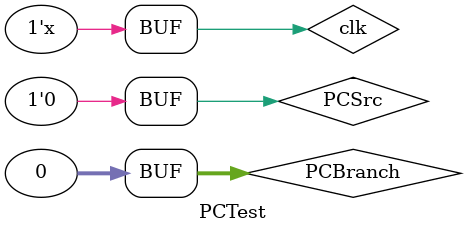
<source format=v>
`timescale 1ns / 1ps


module PCTest();
    
    reg clk = 0, PCSrc;
    reg[31:0] PCBranch;
    wire[31:0] PC;
    PC dut(clk, PCSrc, PCBranch, PC);
    
    always begin
        #10
        clk = ~clk;
    end
    
    initial begin
        PCSrc = 0;
        
        #100
        PCSrc = 1;
        PCBranch = 32'd321321;
        #20
        PCSrc = 0;
        PCBranch = 32'd0;
        #100
        PCSrc = 0;
             
    end
endmodule

</source>
